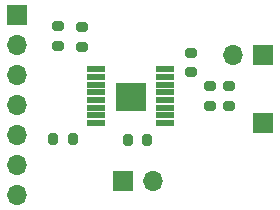
<source format=gts>
G04 #@! TF.GenerationSoftware,KiCad,Pcbnew,7.0.1*
G04 #@! TF.CreationDate,2023-05-06T21:57:30-07:00*
G04 #@! TF.ProjectId,MAGNETORQUERS,4d41474e-4554-44f5-9251-554552532e6b,rev?*
G04 #@! TF.SameCoordinates,Original*
G04 #@! TF.FileFunction,Soldermask,Top*
G04 #@! TF.FilePolarity,Negative*
%FSLAX46Y46*%
G04 Gerber Fmt 4.6, Leading zero omitted, Abs format (unit mm)*
G04 Created by KiCad (PCBNEW 7.0.1) date 2023-05-06 21:57:30*
%MOMM*%
%LPD*%
G01*
G04 APERTURE LIST*
G04 Aperture macros list*
%AMRoundRect*
0 Rectangle with rounded corners*
0 $1 Rounding radius*
0 $2 $3 $4 $5 $6 $7 $8 $9 X,Y pos of 4 corners*
0 Add a 4 corners polygon primitive as box body*
4,1,4,$2,$3,$4,$5,$6,$7,$8,$9,$2,$3,0*
0 Add four circle primitives for the rounded corners*
1,1,$1+$1,$2,$3*
1,1,$1+$1,$4,$5*
1,1,$1+$1,$6,$7*
1,1,$1+$1,$8,$9*
0 Add four rect primitives between the rounded corners*
20,1,$1+$1,$2,$3,$4,$5,0*
20,1,$1+$1,$4,$5,$6,$7,0*
20,1,$1+$1,$6,$7,$8,$9,0*
20,1,$1+$1,$8,$9,$2,$3,0*%
G04 Aperture macros list end*
%ADD10C,0.010000*%
%ADD11R,1.700000X1.700000*%
%ADD12RoundRect,0.200000X0.275000X-0.200000X0.275000X0.200000X-0.275000X0.200000X-0.275000X-0.200000X0*%
%ADD13RoundRect,0.200000X-0.200000X-0.275000X0.200000X-0.275000X0.200000X0.275000X-0.200000X0.275000X0*%
%ADD14O,1.700000X1.700000*%
%ADD15RoundRect,0.027000X-0.723000X-0.198000X0.723000X-0.198000X0.723000X0.198000X-0.723000X0.198000X0*%
G04 APERTURE END LIST*
D10*
X141422000Y-87283000D02*
X138962000Y-87283000D01*
X138962000Y-84973000D01*
X141422000Y-84973000D01*
X141422000Y-87283000D01*
G36*
X141422000Y-87283000D02*
G01*
X138962000Y-87283000D01*
X138962000Y-84973000D01*
X141422000Y-84973000D01*
X141422000Y-87283000D01*
G37*
D11*
X151384000Y-88392000D03*
D12*
X134050000Y-81875000D03*
X134050000Y-80225000D03*
X146900000Y-86925000D03*
X146900000Y-85275000D03*
X136050000Y-81925000D03*
X136050000Y-80275000D03*
D13*
X133642600Y-89789000D03*
X135292600Y-89789000D03*
X139975000Y-89825000D03*
X141625000Y-89825000D03*
D11*
X130556000Y-79248000D03*
D14*
X130556000Y-81788000D03*
X130556000Y-84328000D03*
X130556000Y-86868000D03*
X130556000Y-89408000D03*
X130556000Y-91948000D03*
X130556000Y-94488000D03*
D15*
X137292000Y-83853000D03*
X137292000Y-84503000D03*
X137292000Y-85153000D03*
X137292000Y-85803000D03*
X137292000Y-86453000D03*
X137292000Y-87103000D03*
X137292000Y-87753000D03*
X137292000Y-88403000D03*
X143092000Y-88403000D03*
X143092000Y-87753000D03*
X143092000Y-87103000D03*
X143092000Y-86453000D03*
X143092000Y-85803000D03*
X143092000Y-85153000D03*
X143092000Y-84503000D03*
X143092000Y-83853000D03*
D11*
X151440000Y-82675000D03*
D14*
X148900000Y-82675000D03*
D12*
X148500000Y-86925000D03*
X148500000Y-85275000D03*
X145300000Y-84100000D03*
X145300000Y-82450000D03*
D11*
X139568000Y-93268800D03*
D14*
X142108000Y-93268800D03*
M02*

</source>
